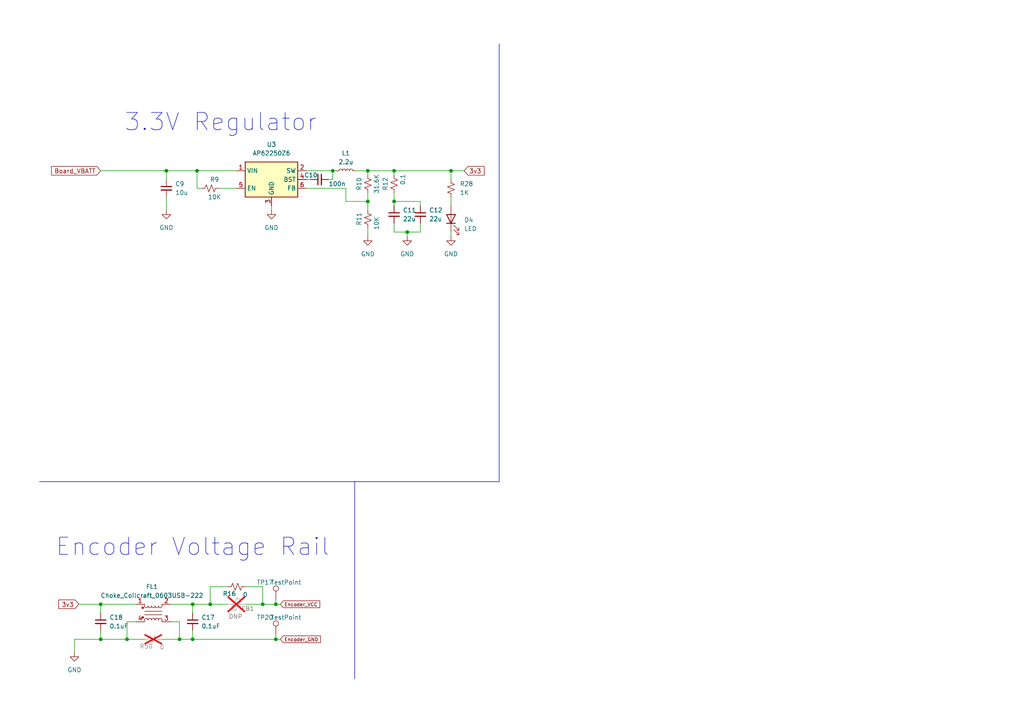
<source format=kicad_sch>
(kicad_sch (version 20231120) (generator "eeschema") (generator_version "8.0")
  (paper "A4")
  (lib_symbols
    (symbol "Connector:TestPoint" (pin_numbers hide) (pin_names (offset 0.762) hide)
      (property "Reference" "TP" (at 0 6.858 0))
      (property "Value" "TestPoint" (at 0 5.08 0))
      (symbol "TestPoint_0_1"
        (circle (center 0 3.302) (radius 0.762))
      )
      (symbol "TestPoint_1_1"
        (pin passive line (at 0 0 90) (length 2.54) (name "1") (number "1"))
      )
    )
    (symbol "Device:C_Small" (pin_numbers hide) (pin_names (offset 0.254) hide)
      (property "Reference" "C" (at 0.254 1.778 0))
      (property "Value" "C_Small" (at 0.254 -2.032 0))
      (symbol "C_Small_0_1"
        (polyline (pts (xy -1.524 -0.508) (xy 1.524 -0.508)) (stroke (width 0.3302)))
        (polyline (pts (xy -1.524 0.508) (xy 1.524 0.508)) (stroke (width 0.3048)))
      )
      (symbol "C_Small_1_1"
        (pin passive line (at 0 2.54 270) (length 2.032) (name "~") (number "1"))
        (pin passive line (at 0 -2.54 90) (length 2.032) (name "~") (number "2"))
      )
    )
    (symbol "Device:FerriteBead_Small" (pin_numbers hide) (pin_names (offset 0))
      (property "Reference" "FB" (at 1.905 1.27 0))
      (property "Value" "FerriteBead_Small" (at 1.905 -1.27 0))
      (symbol "FerriteBead_Small_0_1"
        (polyline (pts (xy 0 -1.27) (xy 0 -0.7874)))
        (polyline (pts (xy 0 0.889) (xy 0 1.2954)))
        (polyline (pts (xy -1.8288 0.2794) (xy -1.1176 1.4986) (xy 1.8288 -0.2032) (xy 1.1176 -1.4224) (xy -1.8288 0.2794)))
      )
      (symbol "FerriteBead_Small_1_1"
        (pin passive line (at 0 2.54 270) (length 1.27) (name "~") (number "1"))
        (pin passive line (at 0 -2.54 90) (length 1.27) (name "~") (number "2"))
      )
    )
    (symbol "Device:LED" (pin_numbers hide) (pin_names (offset 1.016) hide)
      (property "Reference" "D" (at 0 2.54 0))
      (property "Value" "LED" (at 0 -2.54 0))
      (symbol "LED_0_1"
        (polyline (pts (xy -1.27 -1.27) (xy -1.27 1.27)) (stroke (width 0.254)))
        (polyline (pts (xy -1.27 0) (xy 1.27 0)))
        (polyline (pts (xy 1.27 -1.27) (xy 1.27 1.27) (xy -1.27 0) (xy 1.27 -1.27)) (stroke (width 0.254)))
        (polyline (pts (xy -3.048 -0.762) (xy -4.572 -2.286) (xy -3.81 -2.286) (xy -4.572 -2.286) (xy -4.572 -1.524)))
        (polyline (pts (xy -1.778 -0.762) (xy -3.302 -2.286) (xy -2.54 -2.286) (xy -3.302 -2.286) (xy -3.302 -1.524)))
      )
      (symbol "LED_1_1"
        (pin passive line (at -3.81 0 0) (length 2.54) (name "K") (number "1"))
        (pin passive line (at 3.81 0 180) (length 2.54) (name "A") (number "2"))
      )
    )
    (symbol "Device:L_Small" (pin_numbers hide) (pin_names (offset 0.254) hide)
      (property "Reference" "L" (at 0.762 1.016 0))
      (property "Value" "L_Small" (at 0.762 -1.016 0))
      (symbol "L_Small_0_1"
        (arc (start 0 -2.032) (mid 0.5058 -1.524) (end 0 -1.016))
        (arc (start 0 -1.016) (mid 0.5058 -0.508) (end 0 0))
        (arc (start 0 0) (mid 0.5058 0.508) (end 0 1.016))
        (arc (start 0 1.016) (mid 0.5058 1.524) (end 0 2.032))
      )
      (symbol "L_Small_1_1"
        (pin passive line (at 0 2.54 270) (length 0.508) (name "~") (number "1"))
        (pin passive line (at 0 -2.54 90) (length 0.508) (name "~") (number "2"))
      )
    )
    (symbol "Device:R_Small_US" (pin_numbers hide) (pin_names (offset 0.254) hide)
      (property "Reference" "R" (at 0.762 0.508 0))
      (property "Value" "R_Small_US" (at 0.762 -1.016 0))
      (symbol "R_Small_US_1_1"
        (polyline (pts (xy 0 0) (xy 1.016 -0.381) (xy 0 -0.762) (xy -1.016 -1.143) (xy 0 -1.524)))
        (polyline (pts (xy 0 1.524) (xy 1.016 1.143) (xy 0 0.762) (xy -1.016 0.381) (xy 0 0)))
        (pin passive line (at 0 2.54 270) (length 1.016) (name "~") (number "1"))
        (pin passive line (at 0 -2.54 90) (length 1.016) (name "~") (number "2"))
      )
    )
    (symbol "Filter:Choke_Coilcraft_0603USB-222" (pin_names (offset 0.254) hide)
      (property "Reference" "FL" (at 0 4.445 0))
      (property "Value" "Choke_Coilcraft_0603USB-222" (at 0 -4.445 0))
      (symbol "Choke_Coilcraft_0603USB-222_0_1"
        (circle (center -3.048 -1.27) (radius 0.254) (fill (type outline)))
        (circle (center -3.048 1.524) (radius 0.254) (fill (type outline)))
        (arc (start -2.54 2.032) (mid -2.032 1.5262) (end -1.524 2.032))
        (arc (start -1.524 -2.032) (mid -2.032 -1.5262) (end -2.54 -2.032))
        (arc (start -1.524 2.032) (mid -1.016 1.5262) (end -0.508 2.032))
        (arc (start -0.508 -2.032) (mid -1.016 -1.5262) (end -1.524 -2.032))
        (arc (start -0.508 2.032) (mid 0 1.5262) (end 0.508 2.032))
        (polyline (pts (xy -2.54 -2.032) (xy -2.54 -2.54)))
        (polyline (pts (xy -2.54 0.508) (xy 2.54 0.508)))
        (polyline (pts (xy -2.54 2.032) (xy -2.54 2.54)))
        (polyline (pts (xy 2.54 -2.032) (xy 2.54 -2.54)))
        (polyline (pts (xy 2.54 -0.508) (xy -2.54 -0.508)))
        (polyline (pts (xy 2.54 2.54) (xy 2.54 2.032)))
        (arc (start 0.508 -2.032) (mid 0 -1.5262) (end -0.508 -2.032))
        (arc (start 0.508 2.032) (mid 1.016 1.5262) (end 1.524 2.032))
        (arc (start 1.524 -2.032) (mid 1.016 -1.5262) (end 0.508 -2.032))
        (arc (start 1.524 2.032) (mid 2.032 1.5262) (end 2.54 2.032))
        (arc (start 2.54 -2.032) (mid 2.032 -1.5262) (end 1.524 -2.032))
      )
      (symbol "Choke_Coilcraft_0603USB-222_1_1"
        (pin passive line (at -5.08 2.54 0) (length 2.54) (name "1") (number "1"))
        (pin passive line (at 5.08 2.54 180) (length 2.54) (name "2") (number "2"))
        (pin passive line (at 5.08 -2.54 180) (length 2.54) (name "3") (number "3"))
        (pin passive line (at -5.08 -2.54 0) (length 2.54) (name "4") (number "4"))
      )
    )
    (symbol "GND_1" (power) (pin_numbers hide) (pin_names (offset 0) hide)
      (property "Value" "GND" (at 0 -3.81 0))
      (symbol "GND_1_0_1"
        (polyline (pts (xy 0 0) (xy 0 -1.27) (xy 1.27 -1.27) (xy 0 -2.54) (xy -1.27 -1.27) (xy 0 -1.27)))
      )
      (symbol "GND_1_1_1"
        (pin power_in line (at 0 0 270) (length 0) (name "~") (number "1"))
      )
    )
    (symbol "GND_2" (power) (pin_numbers hide) (pin_names (offset 0) hide)
      (property "Value" "GND" (at 0 -3.81 0))
      (symbol "GND_2_0_1"
        (polyline (pts (xy 0 0) (xy 0 -1.27) (xy 1.27 -1.27) (xy 0 -2.54) (xy -1.27 -1.27) (xy 0 -1.27)))
      )
      (symbol "GND_2_1_1"
        (pin power_in line (at 0 0 270) (length 0) (name "~") (number "1"))
      )
    )
    (symbol "GND_3" (power) (pin_numbers hide) (pin_names (offset 0) hide)
      (property "Value" "GND" (at 0 -3.81 0))
      (symbol "GND_3_0_1"
        (polyline (pts (xy 0 0) (xy 0 -1.27) (xy 1.27 -1.27) (xy 0 -2.54) (xy -1.27 -1.27) (xy 0 -1.27)))
      )
      (symbol "GND_3_1_1"
        (pin power_in line (at 0 0 270) (length 0) (name "~") (number "1"))
      )
    )
    (symbol "GND_4" (power) (pin_numbers hide) (pin_names (offset 0) hide)
      (property "Value" "GND" (at 0 -3.81 0))
      (symbol "GND_4_0_1"
        (polyline (pts (xy 0 0) (xy 0 -1.27) (xy 1.27 -1.27) (xy 0 -2.54) (xy -1.27 -1.27) (xy 0 -1.27)))
      )
      (symbol "GND_4_1_1"
        (pin power_in line (at 0 0 270) (length 0) (name "~") (number "1"))
      )
    )
    (symbol "GND_5" (power) (pin_numbers hide) (pin_names (offset 0) hide)
      (property "Value" "GND" (at 0 -3.81 0))
      (symbol "GND_5_0_1"
        (polyline (pts (xy 0 0) (xy 0 -1.27) (xy 1.27 -1.27) (xy 0 -2.54) (xy -1.27 -1.27) (xy 0 -1.27)))
      )
      (symbol "GND_5_1_1"
        (pin power_in line (at 0 0 270) (length 0) (name "~") (number "1"))
      )
    )
    (symbol "Regulator_Switching:AP62250Z6"
      (property "Reference" "U" (at -7.62 6.35 0))
      (property "Value" "AP62250Z6" (at 6.35 -6.35 0))
      (symbol "AP62250Z6_0_1"
        (rectangle (start -7.62 5.08) (end 7.62 -5.08) (stroke (width 0.254)) (fill (type background)))
      )
      (symbol "AP62250Z6_1_1"
        (pin power_in line (at -10.16 2.54 0) (length 2.54) (name "VIN") (number "1"))
        (pin output line (at 10.16 2.54 180) (length 2.54) (name "SW") (number "2"))
        (pin power_in line (at 0 -7.62 90) (length 2.54) (name "GND") (number "3"))
        (pin passive line (at 10.16 0 180) (length 2.54) (name "BST") (number "4"))
        (pin input line (at -10.16 -2.54 0) (length 2.54) (name "EN") (number "5"))
        (pin input line (at 10.16 -2.54 180) (length 2.54) (name "FB") (number "6"))
      )
    )
    (symbol "power:GND" (power) (pin_numbers hide) (pin_names (offset 0) hide)
      (property "Value" "GND" (at 0 -3.81 0))
      (symbol "GND_0_1"
        (polyline (pts (xy 0 0) (xy 0 -1.27) (xy 1.27 -1.27) (xy 0 -2.54) (xy -1.27 -1.27) (xy 0 -1.27)))
      )
      (symbol "GND_1_1"
        (pin power_in line (at 0 0 270) (length 0) (name "~") (number "1"))
      )
    )
  )
  (junction (at 52.07 185.42))
  (junction (at 60.96 175.26))
  (junction (at 55.88 185.42))
  (junction (at 106.68 49.53))
  (junction (at 76.2 175.26))
  (junction (at 114.3 49.53))
  (junction (at 130.81 49.53))
  (junction (at 36.83 185.42))
  (junction (at 55.88 175.26))
  (junction (at 114.3 58.42))
  (junction (at 29.21 185.42))
  (junction (at 29.21 175.26))
  (junction (at 106.68 58.42))
  (junction (at 80.01 175.26))
  (junction (at 118.11 67.31))
  (junction (at 48.26 49.53))
  (junction (at 57.15 49.53))
  (junction (at 80.01 185.42))
  (junction (at 96.52 49.53))
  (wire (pts (xy 21.59 185.42) (xy 29.21 185.42)))
  (wire (pts (xy 96.52 49.53) (xy 96.52 52.07)))
  (wire (pts (xy 63.5 54.61) (xy 68.58 54.61)))
  (wire (pts (xy 130.81 57.15) (xy 130.81 59.69)))
  (wire (pts (xy 80.01 173.99) (xy 80.01 175.26)))
  (wire (pts (xy 96.52 49.53) (xy 97.79 49.53)))
  (wire (pts (xy 22.86 175.26) (xy 29.21 175.26)))
  (wire (pts (xy 48.26 49.53) (xy 48.26 52.07)))
  (wire (pts (xy 100.33 58.42) (xy 106.68 58.42)))
  (wire (pts (xy 80.01 185.42) (xy 81.28 185.42)))
  (wire (pts (xy 130.81 49.53) (xy 134.62 49.53)))
  (polyline (pts (xy 102.87 139.7) (xy 102.87 196.85)))
  (wire (pts (xy 114.3 64.77) (xy 114.3 67.31)))
  (polyline (pts (xy 102.87 139.7) (xy 144.78 139.7)))
  (wire (pts (xy 114.3 58.42) (xy 121.92 58.42)))
  (wire (pts (xy 114.3 58.42) (xy 114.3 59.69)))
  (wire (pts (xy 55.88 175.26) (xy 55.88 177.8)))
  (wire (pts (xy 130.81 67.31) (xy 130.81 68.58)))
  (wire (pts (xy 55.88 175.26) (xy 60.96 175.26)))
  (wire (pts (xy 46.99 185.42) (xy 52.07 185.42)))
  (wire (pts (xy 95.25 52.07) (xy 96.52 52.07)))
  (wire (pts (xy 80.01 175.26) (xy 81.28 175.26)))
  (wire (pts (xy 114.3 49.53) (xy 130.81 49.53)))
  (wire (pts (xy 36.83 185.42) (xy 41.91 185.42)))
  (wire (pts (xy 106.68 58.42) (xy 106.68 60.96)))
  (wire (pts (xy 49.53 180.34) (xy 52.07 180.34)))
  (wire (pts (xy 29.21 182.88) (xy 29.21 185.42)))
  (wire (pts (xy 60.96 175.26) (xy 66.04 175.26)))
  (wire (pts (xy 29.21 175.26) (xy 29.21 177.8)))
  (polyline (pts (xy 144.78 12.7) (xy 144.78 139.7)))
  (wire (pts (xy 49.53 175.26) (xy 55.88 175.26)))
  (wire (pts (xy 130.81 52.07) (xy 130.81 49.53)))
  (wire (pts (xy 55.88 182.88) (xy 55.88 185.42)))
  (wire (pts (xy 60.96 170.18) (xy 60.96 175.26)))
  (wire (pts (xy 121.92 64.77) (xy 121.92 67.31)))
  (wire (pts (xy 55.88 185.42) (xy 80.01 185.42)))
  (wire (pts (xy 58.42 54.61) (xy 57.15 54.61)))
  (wire (pts (xy 52.07 185.42) (xy 55.88 185.42)))
  (wire (pts (xy 71.12 175.26) (xy 76.2 175.26)))
  (wire (pts (xy 29.21 185.42) (xy 36.83 185.42)))
  (wire (pts (xy 78.74 59.69) (xy 78.74 60.96)))
  (wire (pts (xy 118.11 67.31) (xy 121.92 67.31)))
  (wire (pts (xy 114.3 67.31) (xy 118.11 67.31)))
  (wire (pts (xy 29.21 175.26) (xy 39.37 175.26)))
  (polyline (pts (xy 11.43 139.7) (xy 102.87 139.7)))
  (wire (pts (xy 48.26 49.53) (xy 57.15 49.53)))
  (wire (pts (xy 100.33 54.61) (xy 100.33 58.42)))
  (wire (pts (xy 118.11 68.58) (xy 118.11 67.31)))
  (wire (pts (xy 39.37 180.34) (xy 36.83 180.34)))
  (wire (pts (xy 52.07 180.34) (xy 52.07 185.42)))
  (wire (pts (xy 80.01 184.15) (xy 80.01 185.42)))
  (wire (pts (xy 36.83 180.34) (xy 36.83 185.42)))
  (wire (pts (xy 88.9 49.53) (xy 96.52 49.53)))
  (wire (pts (xy 88.9 54.61) (xy 100.33 54.61)))
  (wire (pts (xy 114.3 58.42) (xy 114.3 55.88)))
  (wire (pts (xy 121.92 58.42) (xy 121.92 59.69)))
  (wire (pts (xy 106.68 66.04) (xy 106.68 68.58)))
  (wire (pts (xy 48.26 57.15) (xy 48.26 60.96)))
  (wire (pts (xy 88.9 52.07) (xy 90.17 52.07)))
  (wire (pts (xy 106.68 49.53) (xy 114.3 49.53)))
  (wire (pts (xy 76.2 175.26) (xy 80.01 175.26)))
  (wire (pts (xy 29.21 49.53) (xy 48.26 49.53)))
  (wire (pts (xy 76.2 170.18) (xy 76.2 175.26)))
  (wire (pts (xy 57.15 49.53) (xy 68.58 49.53)))
  (wire (pts (xy 106.68 49.53) (xy 106.68 50.8)))
  (wire (pts (xy 57.15 49.53) (xy 57.15 54.61)))
  (wire (pts (xy 71.12 170.18) (xy 76.2 170.18)))
  (wire (pts (xy 102.87 49.53) (xy 106.68 49.53)))
  (wire (pts (xy 66.04 170.18) (xy 60.96 170.18)))
  (wire (pts (xy 114.3 49.53) (xy 114.3 50.8)))
  (wire (pts (xy 21.59 185.42) (xy 21.59 189.23)))
  (wire (pts (xy 106.68 55.88) (xy 106.68 58.42)))
  (text "3.3V Regulator" (at 64.008 35.56 0) (effects (font (size 5 5))))
  (text "Encoder Voltage Rail\n" (at 55.88 158.75 0) (effects (font (size 5 5))))
  (global_label "Board_VBATT" (shape input) (at 29.21 49.53 180) (property "Intersheetrefs" "${INTERSHEET_REFS}" (effects (hide yes))))
  (global_label "3v3" (shape input) (at 134.62 49.53 0) (property "Intersheetrefs" "${INTERSHEET_REFS}" (effects (hide yes))))
  (global_label "Encoder_VCC" (shape input) (at 81.28 175.26 0) (effects (font (size 1 1))) (property "Intersheetrefs" "${INTERSHEET_REFS}" (effects (hide yes))))
  (global_label "Encoder_GND" (shape input) (at 81.28 185.42 0) (effects (font (size 1 1))) (property "Intersheetrefs" "${INTERSHEET_REFS}" (effects (hide yes))))
  (global_label "3v3" (shape input) (at 22.86 175.26 180) (property "Intersheetrefs" "${INTERSHEET_REFS}" (effects (hide yes))))
  (symbol (lib_name "GND_1") (lib_id "power:GND") (at 21.59 189.23 0) (unit 1)
    (property "Reference" "#PWR016" (effects (hide yes)))
    (property "Value" "GND" (at 21.59 194.31 0))
    (property "Description" "Power symbol creates a global label with name \"GND\" , ground" (effects (hide yes)))
  )
  (symbol (lib_name "GND_3") (lib_id "power:GND") (at 118.11 68.58 0) (unit 1)
    (property "Reference" "#PWR013" (effects (hide yes)))
    (property "Value" "GND" (at 118.11 73.66 0))
    (property "Description" "Power symbol creates a global label with name \"GND\" , ground" (effects (hide yes)))
  )
  (symbol (lib_id "Device:C_Small") (at 55.88 180.34 0) (unit 1)
    (property "Reference" "C17" (at 58.42 179.0762 0) (effects (justify left)))
    (property "Value" "0.1uF" (at 58.42 181.6162 0) (effects (justify left)))
    (property "Footprint" "Capacitor_SMD:C_0603_1608Metric_Pad1.08x0.95mm_HandSolder" (effects (hide yes)))
    (property "Description" "Unpolarized capacitor, small symbol" (effects (hide yes)))
  )
  (symbol (lib_id "Device:R_Small_US") (at 106.68 53.34 180) (unit 1)
    (property "Reference" "R10" (at 104.14 53.34 90))
    (property "Value" "31.6K" (at 109.22 53.34 90))
    (property "Footprint" "Resistor_SMD:R_0402_1005Metric" (effects (hide yes)))
  )
  (symbol (lib_id "Device:R_Small_US") (at 68.58 170.18 270) (unit 1)
    (property "Reference" "R16" (at 66.548 172.212 90))
    (property "Value" "0" (at 71.12 172.466 90))
    (property "Footprint" "Resistor_SMD:R_0402_1005Metric" (effects (hide yes)))
    (property "Description" "Resistor, small US symbol" (effects (hide yes)))
  )
  (symbol (lib_id "Device:C_Small") (at 92.71 52.07 90) (unit 1)
    (property "Reference" "C10" (at 90.17 50.8 90))
    (property "Value" "100n" (at 97.79 53.34 90))
    (property "Footprint" "Capacitor_SMD:C_0402_1005Metric" (effects (hide yes)))
  )
  (symbol (lib_id "power:GND") (at 48.26 60.96 0) (unit 1)
    (property "Reference" "#PWR010" (effects (hide yes)))
    (property "Value" "GND" (at 48.26 66.04 0))
    (property "Description" "Power symbol creates a global label with name \"GND\" , ground" (effects (hide yes)))
  )
  (symbol (lib_id "Device:C_Small") (at 121.92 62.23 0) (unit 1)
    (property "Reference" "C12" (at 124.46 60.9662 0) (effects (justify left)))
    (property "Value" "22u" (at 124.46 63.5062 0) (effects (justify left)))
    (property "Footprint" "Capacitor_SMD:C_0805_2012Metric" (effects (hide yes)))
  )
  (symbol (lib_id "Device:R_Small_US") (at 114.3 53.34 180) (unit 1)
    (property "Reference" "R12" (at 111.76 53.34 90))
    (property "Value" "0.1" (at 116.84 52.07 90))
    (property "Footprint" "Resistor_SMD:R_0805_2012Metric" (effects (hide yes)))
  )
  (symbol (lib_id "Device:R_Small_US") (at 60.96 54.61 90) (unit 1)
    (property "Reference" "R9" (at 62.23 52.07 90))
    (property "Value" "10K" (at 62.23 57.15 90))
    (property "Footprint" "Resistor_SMD:R_0402_1005Metric" (effects (hide yes)))
  )
  (symbol (lib_id "Device:L_Small") (at 100.33 49.53 90) (unit 1)
    (property "Reference" "L1" (at 100.33 44.45 90))
    (property "Value" "2.2u" (at 100.33 46.99 90))
    (property "Footprint" "Inductor_SMD:L_Bourns_SRP5030T" (effects (hide yes)))
  )
  (symbol (lib_id "Connector:TestPoint") (at 80.01 173.99 0) (unit 1)
    (property "Reference" "TP17" (at 74.422 168.91 0) (effects (justify left)))
    (property "Value" "TestPoint" (at 78.486 168.91 0) (effects (justify left)))
    (property "Footprint" "TestPoint:TestPoint_Pad_1.0x1.0mm" (effects (hide yes)))
    (property "Description" "test point" (effects (hide yes)))
  )
  (symbol (lib_id "Device:C_Small") (at 29.21 180.34 0) (unit 1)
    (property "Reference" "C18" (at 31.75 179.0762 0) (effects (justify left)))
    (property "Value" "0.1uF" (at 31.75 181.6162 0) (effects (justify left)))
    (property "Footprint" "Capacitor_SMD:C_0603_1608Metric_Pad1.08x0.95mm_HandSolder" (effects (hide yes)))
    (property "Description" "Unpolarized capacitor, small symbol" (effects (hide yes)))
  )
  (symbol (lib_id "Device:C_Small") (at 114.3 62.23 0) (unit 1)
    (property "Reference" "C11" (at 116.84 60.9662 0) (effects (justify left)))
    (property "Value" "22u" (at 116.84 63.5062 0) (effects (justify left)))
    (property "Footprint" "Capacitor_SMD:C_0805_2012Metric" (effects (hide yes)))
  )
  (symbol (lib_id "Device:C_Small") (at 48.26 54.61 0) (unit 1)
    (property "Reference" "C9" (at 50.8 53.3462 0) (effects (justify left)))
    (property "Value" "10u" (at 50.8 55.8862 0) (effects (justify left)))
    (property "Footprint" "Capacitor_SMD:C_0805_2012Metric" (effects (hide yes)))
  )
  (symbol (lib_id "Regulator_Switching:AP62250Z6") (at 78.74 52.07 0) (unit 1)
    (property "Reference" "U3" (at 78.74 41.91 0))
    (property "Value" "AP62250Z6" (at 78.74 44.45 0))
    (property "Footprint" "Package_TO_SOT_SMD:SOT-563" (effects (hide yes)))
    (property "Datasheet" "https://www.diodes.com/assets/Datasheets/AP62250.pdf" (effects (hide yes)))
  )
  (symbol (lib_id "Device:R_Small_US") (at 106.68 63.5 180) (unit 1)
    (property "Reference" "R11" (at 104.14 63.5 90))
    (property "Value" "10K" (at 109.22 64.77 90))
    (property "Footprint" "Resistor_SMD:R_0402_1005Metric" (effects (hide yes)))
  )
  (symbol (lib_name "GND_5") (lib_id "power:GND") (at 78.74 60.96 0) (unit 1)
    (property "Reference" "#PWR011" (effects (hide yes)))
    (property "Value" "GND" (at 78.74 66.04 0))
    (property "Description" "Power symbol creates a global label with name \"GND\" , ground" (effects (hide yes)))
  )
  (symbol (lib_id "Device:R_Small_US") (at 130.81 54.61 0) (unit 1)
    (property "Reference" "R28" (at 133.35 53.3399 0) (effects (justify left)))
    (property "Value" "1K" (at 133.35 55.8799 0) (effects (justify left)))
    (property "Footprint" "Resistor_SMD:R_0402_1005Metric" (effects (hide yes)))
    (property "Description" "Resistor, small US symbol" (effects (hide yes)))
  )
  (symbol (lib_id "Device:LED") (at 130.81 63.5 90) (unit 1)
    (property "Reference" "D4" (at 134.62 63.8174 90) (effects (justify right)))
    (property "Value" "LED" (at 134.62 66.3574 90) (effects (justify right)))
    (property "Footprint" "Diode_SMD:D_0603_1608Metric_Pad1.05x0.95mm_HandSolder" (effects (hide yes)))
    (property "Description" "Light emitting diode" (effects (hide yes)))
  )
  (symbol (lib_name "GND_4") (lib_id "power:GND") (at 106.68 68.58 0) (unit 1)
    (property "Reference" "#PWR012" (effects (hide yes)))
    (property "Value" "GND" (at 106.68 73.66 0))
    (property "Description" "Power symbol creates a global label with name \"GND\" , ground" (effects (hide yes)))
  )
  (symbol (lib_id "Filter:Choke_Coilcraft_0603USB-222") (at 44.45 177.8 0) (unit 1)
    (property "Reference" "FL1" (at 44.069 170.18 0))
    (property "Value" "Choke_Coilcraft_0603USB-222" (at 44.069 172.72 0))
    (property "Footprint" "Inductor_SMD:L_CommonModeChoke_Coilcraft_0603USB" (effects (hide yes)))
    (property "Datasheet" "https://www.coilcraft.com/pdfs/0603usb.pdf" (effects (hide yes)))
    (property "Description" "Common mode choke, 500mA, 250VAC, 150nH, 209mohm, 0.96Ghz," (effects (hide yes)))
  )
  (symbol (lib_id "Device:R_Small_US") (at 44.45 185.42 270) (unit 1) (dnp yes)
    (property "Reference" "R50" (at 42.418 187.452 90))
    (property "Value" "0" (at 46.99 187.706 90))
    (property "Footprint" "Resistor_SMD:R_0402_1005Metric" (effects (hide yes)))
    (property "Description" "Resistor, small US symbol" (effects (hide yes)))
  )
  (symbol (lib_name "GND_2") (lib_id "power:GND") (at 130.81 68.58 0) (unit 1)
    (property "Reference" "#PWR025" (effects (hide yes)))
    (property "Value" "GND" (at 130.81 73.66 0))
    (property "Description" "Power symbol creates a global label with name \"GND\" , ground" (effects (hide yes)))
  )
  (symbol (lib_id "Device:FerriteBead_Small") (at 68.58 175.26 90) (unit 1) (dnp yes)
    (property "Reference" "FB1" (at 71.882 176.53 90))
    (property "Value" "DNP" (at 68.326 178.816 90))
    (property "Footprint" "Inductor_SMD:L_2512_6332Metric" (effects (hide yes)))
    (property "Description" "Ferrite bead, small symbol" (effects (hide yes)))
  )
  (symbol (lib_id "Connector:TestPoint") (at 80.01 184.15 0) (unit 1)
    (property "Reference" "TP20" (at 74.422 179.07 0) (effects (justify left)))
    (property "Value" "TestPoint" (at 78.486 179.07 0) (effects (justify left)))
    (property "Footprint" "TestPoint:TestPoint_Pad_1.0x1.0mm" (effects (hide yes)))
    (property "Description" "test point" (effects (hide yes)))
  )
)
</source>
